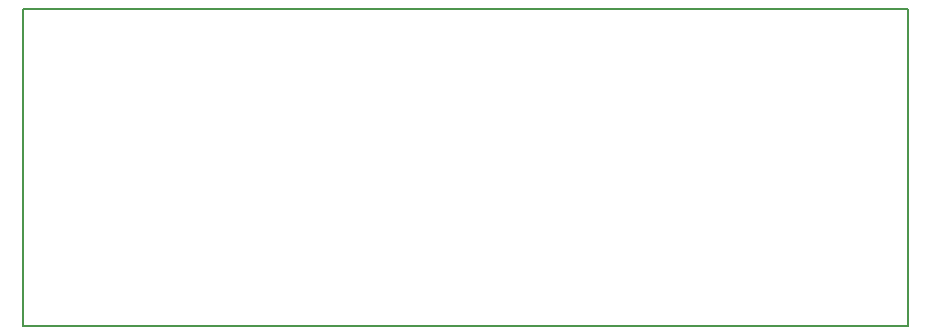
<source format=gbr>
G04 #@! TF.GenerationSoftware,KiCad,Pcbnew,5.1.6-c6e7f7d~87~ubuntu18.04.1*
G04 #@! TF.CreationDate,2020-08-29T18:23:14+01:00*
G04 #@! TF.ProjectId,ossw_lcd,6f737377-5f6c-4636-942e-6b696361645f,1.1*
G04 #@! TF.SameCoordinates,Original*
G04 #@! TF.FileFunction,Profile,NP*
%FSLAX46Y46*%
G04 Gerber Fmt 4.6, Leading zero omitted, Abs format (unit mm)*
G04 Created by KiCad (PCBNEW 5.1.6-c6e7f7d~87~ubuntu18.04.1) date 2020-08-29 18:23:14*
%MOMM*%
%LPD*%
G01*
G04 APERTURE LIST*
G04 #@! TA.AperFunction,Profile*
%ADD10C,0.150000*%
G04 #@! TD*
G04 APERTURE END LIST*
D10*
X121666000Y-107950000D02*
X196596000Y-108000000D01*
X196596000Y-81150000D02*
X196596000Y-108000000D01*
X121666000Y-81153000D02*
X121666000Y-107950000D01*
X121666000Y-81153000D02*
X196596000Y-81150000D01*
M02*

</source>
